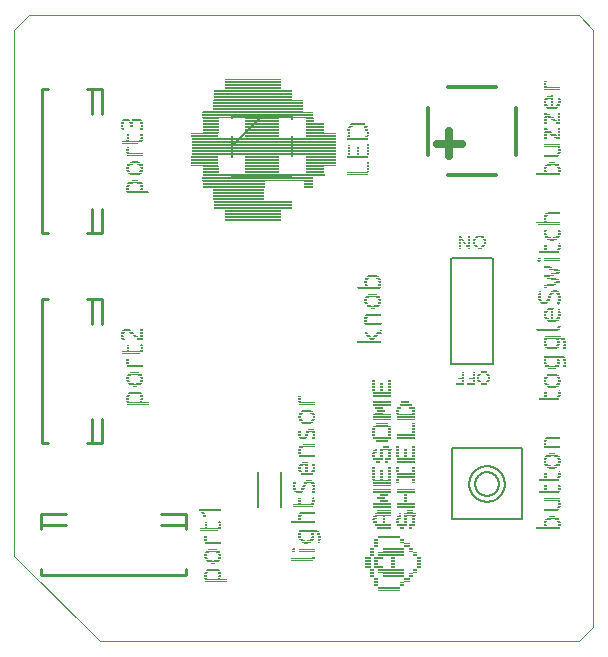
<source format=gto>
G75*
%MOIN*%
%OFA0B0*%
%FSLAX25Y25*%
%IPPOS*%
%LPD*%
%AMOC8*
5,1,8,0,0,1.08239X$1,22.5*
%
%ADD10C,0.00004*%
%ADD11R,0.07330X0.00333*%
%ADD12R,0.07330X0.00334*%
%ADD13R,0.01340X0.00333*%
%ADD14R,0.01330X0.00333*%
%ADD15R,0.01340X0.00334*%
%ADD16R,0.01330X0.00334*%
%ADD17R,0.01670X0.00333*%
%ADD18R,0.01670X0.00334*%
%ADD19R,0.01000X0.00333*%
%ADD20R,0.00670X0.00333*%
%ADD21R,0.01000X0.00334*%
%ADD22R,0.07000X0.00334*%
%ADD23R,0.07000X0.00333*%
%ADD24R,0.00660X0.00333*%
%ADD25R,0.00660X0.00334*%
%ADD26R,0.08660X0.00333*%
%ADD27R,0.08660X0.00334*%
%ADD28R,0.04670X0.00333*%
%ADD29R,0.04000X0.00333*%
%ADD30R,0.03000X0.00334*%
%ADD31R,0.03000X0.00333*%
%ADD32R,0.02000X0.00333*%
%ADD33R,0.07660X0.00334*%
%ADD34R,0.08000X0.00333*%
%ADD35R,0.05340X0.00333*%
%ADD36R,0.04000X0.00334*%
%ADD37R,0.05340X0.00334*%
%ADD38R,0.00340X0.00333*%
%ADD39R,0.05330X0.00333*%
%ADD40R,0.05330X0.00334*%
%ADD41R,0.01660X0.00333*%
%ADD42R,0.06670X0.00333*%
%ADD43R,0.06000X0.00333*%
%ADD44R,0.06670X0.00334*%
%ADD45R,0.00670X0.00334*%
%ADD46R,0.03660X0.00334*%
%ADD47R,0.02000X0.00334*%
%ADD48R,0.03660X0.00333*%
%ADD49R,0.08000X0.00334*%
%ADD50R,0.01660X0.00334*%
%ADD51R,0.00330X0.00333*%
%ADD52R,0.04330X0.00333*%
%ADD53R,0.03330X0.00334*%
%ADD54R,0.03670X0.00333*%
%ADD55R,0.03670X0.00334*%
%ADD56R,0.05000X0.00333*%
%ADD57R,0.04670X0.00334*%
%ADD58R,0.04340X0.00333*%
%ADD59R,0.06330X0.00333*%
%ADD60R,0.06340X0.00333*%
%ADD61R,0.06330X0.00334*%
%ADD62R,0.02670X0.00333*%
%ADD63R,0.02670X0.00334*%
%ADD64R,0.06340X0.00334*%
%ADD65R,0.02330X0.00333*%
%ADD66R,0.03330X0.00333*%
%ADD67R,0.02660X0.00334*%
%ADD68R,0.02660X0.00333*%
%ADD69R,0.02330X0.00334*%
%ADD70R,0.05670X0.00334*%
%ADD71R,0.05000X0.00334*%
%ADD72R,0.04330X0.00334*%
%ADD73R,0.04660X0.00333*%
%ADD74R,0.04660X0.00334*%
%ADD75R,0.02340X0.00334*%
%ADD76R,0.03340X0.00334*%
%ADD77R,0.00340X0.00334*%
%ADD78R,0.05670X0.00333*%
%ADD79R,0.00330X0.00334*%
%ADD80R,0.07660X0.00333*%
%ADD81R,0.02340X0.00333*%
%ADD82R,0.18670X0.00333*%
%ADD83R,0.18670X0.00334*%
%ADD84R,0.26000X0.00334*%
%ADD85R,0.26000X0.00333*%
%ADD86R,0.17000X0.00334*%
%ADD87R,0.17000X0.00333*%
%ADD88R,0.20660X0.00333*%
%ADD89R,0.20660X0.00334*%
%ADD90R,0.37000X0.00333*%
%ADD91R,0.37000X0.00334*%
%ADD92R,0.40660X0.00334*%
%ADD93R,0.40660X0.00333*%
%ADD94R,0.11660X0.00334*%
%ADD95R,0.11660X0.00333*%
%ADD96R,0.04340X0.00334*%
%ADD97R,0.09000X0.00333*%
%ADD98R,0.10000X0.00333*%
%ADD99R,0.09000X0.00334*%
%ADD100R,0.10000X0.00334*%
%ADD101R,0.05660X0.00333*%
%ADD102R,0.48000X0.00334*%
%ADD103R,0.48000X0.00333*%
%ADD104R,0.33330X0.00333*%
%ADD105R,0.29670X0.00334*%
%ADD106R,0.29670X0.00333*%
%ADD107C,0.00500*%
%ADD108C,0.01000*%
%ADD109C,0.00800*%
%ADD110C,0.02600*%
%ADD111C,0.01270*%
D10*
X0008874Y0037220D02*
X0037220Y0008874D01*
X0197063Y0008874D01*
X0201787Y0013598D01*
X0201787Y0212811D01*
X0197063Y0217535D01*
X0013598Y0217535D01*
X0008874Y0212811D01*
X0008874Y0037220D01*
D11*
X0050207Y0087706D03*
X0050207Y0088373D03*
X0074207Y0052706D03*
X0074207Y0052373D03*
X0076207Y0029373D03*
X0076207Y0028706D03*
X0104877Y0035706D03*
X0133877Y0043373D03*
X0133877Y0043706D03*
X0133877Y0026706D03*
X0133877Y0026373D03*
X0133877Y0025706D03*
X0050207Y0158373D03*
X0049877Y0158706D03*
D12*
X0050207Y0158039D03*
X0050207Y0088039D03*
X0076207Y0029039D03*
X0107207Y0045039D03*
X0133877Y0044039D03*
X0133877Y0043039D03*
X0133877Y0027039D03*
X0133877Y0026039D03*
D13*
X0129542Y0027373D03*
X0129542Y0027706D03*
X0129542Y0028373D03*
X0129542Y0028706D03*
X0129542Y0029373D03*
X0129542Y0029706D03*
X0129542Y0034373D03*
X0129542Y0034706D03*
X0129542Y0035373D03*
X0129542Y0035706D03*
X0129542Y0040373D03*
X0129542Y0040706D03*
X0129542Y0041373D03*
X0129542Y0041706D03*
X0129542Y0042373D03*
X0129542Y0042706D03*
X0142542Y0038373D03*
X0142542Y0037706D03*
X0142542Y0037373D03*
X0142542Y0032706D03*
X0142542Y0032373D03*
X0142542Y0031706D03*
X0108542Y0061373D03*
X0108542Y0065373D03*
X0104542Y0067373D03*
X0104542Y0073373D03*
X0104542Y0082373D03*
X0104542Y0084706D03*
X0129542Y0110706D03*
X0130542Y0111706D03*
X0128542Y0119706D03*
X0126542Y0123373D03*
X0126542Y0129706D03*
X0126042Y0180206D03*
X0121042Y0180206D03*
X0186542Y0116373D03*
X0186542Y0100706D03*
X0186542Y0094373D03*
X0188542Y0182706D03*
X0104542Y0042706D03*
X0049542Y0110373D03*
D14*
X0048207Y0111373D03*
X0047877Y0111706D03*
X0045207Y0111706D03*
X0047207Y0097373D03*
X0050877Y0097373D03*
X0049207Y0093706D03*
X0073207Y0038373D03*
X0075207Y0034706D03*
X0076877Y0038373D03*
X0104207Y0050706D03*
X0108207Y0042706D03*
X0106207Y0041373D03*
X0105207Y0059706D03*
X0108207Y0084706D03*
X0128207Y0109373D03*
X0127207Y0110373D03*
X0126877Y0110706D03*
X0129207Y0110373D03*
X0126207Y0116706D03*
X0130207Y0123373D03*
X0130207Y0129706D03*
X0157877Y0142706D03*
X0160207Y0140373D03*
X0183877Y0135706D03*
X0188207Y0142373D03*
X0190207Y0143706D03*
X0186207Y0150706D03*
X0189877Y0167373D03*
X0190207Y0176373D03*
X0186207Y0179373D03*
X0190207Y0181373D03*
X0190207Y0187373D03*
X0186207Y0187373D03*
X0186207Y0189373D03*
X0190207Y0128706D03*
X0189207Y0125706D03*
X0190207Y0124706D03*
X0186877Y0122373D03*
X0186207Y0118706D03*
X0190207Y0116373D03*
X0191877Y0109373D03*
X0189877Y0100706D03*
X0186207Y0096706D03*
X0186207Y0067706D03*
X0190207Y0067706D03*
X0189877Y0049373D03*
X0143877Y0036706D03*
X0143877Y0036373D03*
X0143877Y0035706D03*
X0143877Y0035373D03*
X0143877Y0034706D03*
X0143877Y0034373D03*
X0143877Y0033706D03*
X0143877Y0033373D03*
X0141207Y0031373D03*
X0141207Y0030706D03*
X0141207Y0030373D03*
X0138207Y0028373D03*
X0138207Y0027706D03*
X0138207Y0027373D03*
X0135207Y0033373D03*
X0135207Y0033706D03*
X0135207Y0034373D03*
X0135207Y0034706D03*
X0135207Y0035373D03*
X0135207Y0035706D03*
X0135207Y0036373D03*
X0135207Y0036706D03*
X0138207Y0041706D03*
X0138207Y0042373D03*
X0138207Y0042706D03*
X0141207Y0039706D03*
X0141207Y0039373D03*
X0141207Y0038706D03*
X0128207Y0038706D03*
X0128207Y0038373D03*
X0128207Y0037706D03*
X0128207Y0037373D03*
X0128207Y0039373D03*
X0128207Y0039706D03*
X0128207Y0032706D03*
X0128207Y0032373D03*
X0128207Y0031706D03*
X0128207Y0031373D03*
X0128207Y0030706D03*
X0128207Y0030373D03*
X0051207Y0165373D03*
X0051207Y0167373D03*
X0047877Y0181706D03*
D15*
X0126542Y0121039D03*
X0126542Y0117039D03*
X0126542Y0111039D03*
X0106542Y0081039D03*
X0104542Y0065039D03*
X0104542Y0051039D03*
X0129542Y0042039D03*
X0129542Y0041039D03*
X0129542Y0035039D03*
X0129542Y0029039D03*
X0129542Y0028039D03*
X0142542Y0032039D03*
X0142542Y0038039D03*
X0186542Y0107039D03*
X0187542Y0124039D03*
D16*
X0190207Y0132039D03*
X0183877Y0136039D03*
X0157877Y0143039D03*
X0186207Y0167039D03*
X0187877Y0178039D03*
X0188207Y0186039D03*
X0129877Y0111039D03*
X0105207Y0076039D03*
X0104207Y0073039D03*
X0104207Y0067039D03*
X0108207Y0065039D03*
X0105877Y0061039D03*
X0103877Y0058039D03*
X0102207Y0039039D03*
X0128207Y0039039D03*
X0128207Y0038039D03*
X0128207Y0032039D03*
X0128207Y0031039D03*
X0128207Y0030039D03*
X0135207Y0033039D03*
X0135207Y0034039D03*
X0135207Y0035039D03*
X0135207Y0036039D03*
X0135207Y0037039D03*
X0138207Y0042039D03*
X0141207Y0039039D03*
X0143877Y0037039D03*
X0143877Y0036039D03*
X0143877Y0035039D03*
X0143877Y0034039D03*
X0143877Y0033039D03*
X0141207Y0031039D03*
X0141207Y0030039D03*
X0138207Y0028039D03*
X0186207Y0049039D03*
X0186207Y0070039D03*
X0190207Y0070039D03*
X0189877Y0097039D03*
X0191877Y0103039D03*
X0189877Y0107039D03*
X0073207Y0036039D03*
X0073207Y0032039D03*
X0047207Y0091039D03*
X0047207Y0095039D03*
X0051207Y0109039D03*
X0049877Y0110039D03*
X0051207Y0161039D03*
X0050877Y0165039D03*
X0047207Y0165039D03*
X0051207Y0182039D03*
D17*
X0050707Y0167706D03*
X0047377Y0167706D03*
X0047377Y0161373D03*
X0050707Y0161373D03*
X0047707Y0094706D03*
X0073707Y0035706D03*
X0107707Y0079373D03*
X0132707Y0073706D03*
X0132707Y0073373D03*
X0140707Y0052373D03*
X0140707Y0051706D03*
X0139707Y0041373D03*
X0139707Y0040706D03*
X0139707Y0040373D03*
X0139707Y0029706D03*
X0139707Y0029373D03*
X0139707Y0028706D03*
X0126707Y0033373D03*
X0126707Y0033706D03*
X0126707Y0034373D03*
X0126707Y0034706D03*
X0126707Y0035373D03*
X0126707Y0035706D03*
X0126707Y0036373D03*
X0126707Y0036706D03*
X0165377Y0094373D03*
X0165377Y0098706D03*
X0187707Y0119706D03*
X0186377Y0133706D03*
X0186707Y0167373D03*
X0188707Y0177373D03*
X0188377Y0177706D03*
X0187707Y0183373D03*
X0186377Y0184373D03*
X0130377Y0111373D03*
X0186707Y0070373D03*
X0189707Y0070373D03*
X0189707Y0067373D03*
X0186707Y0067373D03*
X0186707Y0049373D03*
D18*
X0186377Y0076039D03*
X0186707Y0097039D03*
X0140707Y0052039D03*
X0139707Y0041039D03*
X0139707Y0029039D03*
X0126707Y0033039D03*
X0126707Y0034039D03*
X0126707Y0035039D03*
X0126707Y0036039D03*
X0126707Y0037039D03*
X0104707Y0059039D03*
X0102707Y0059039D03*
X0132707Y0074039D03*
X0186377Y0179039D03*
X0189707Y0187039D03*
D19*
X0190372Y0187706D03*
X0190712Y0188373D03*
X0190712Y0188706D03*
X0190712Y0189373D03*
X0186042Y0187706D03*
X0186042Y0184706D03*
X0186042Y0183373D03*
X0186042Y0182706D03*
X0186042Y0182373D03*
X0186042Y0181706D03*
X0186042Y0181373D03*
X0186042Y0179706D03*
X0186042Y0177706D03*
X0186042Y0177373D03*
X0186042Y0176706D03*
X0186042Y0176373D03*
X0190712Y0172706D03*
X0190712Y0172373D03*
X0190712Y0171706D03*
X0190372Y0171373D03*
X0190372Y0166706D03*
X0190712Y0166373D03*
X0190712Y0165706D03*
X0190712Y0165373D03*
X0186042Y0165373D03*
X0186042Y0166706D03*
X0186042Y0150373D03*
X0186042Y0148706D03*
X0186042Y0145706D03*
X0186042Y0144373D03*
X0186372Y0143706D03*
X0186042Y0140706D03*
X0186042Y0140373D03*
X0186042Y0139706D03*
X0186042Y0139373D03*
X0184042Y0136373D03*
X0190372Y0139373D03*
X0190712Y0139706D03*
X0190712Y0140373D03*
X0190712Y0140706D03*
X0190712Y0144373D03*
X0190712Y0144706D03*
X0190712Y0145373D03*
X0186042Y0126706D03*
X0187712Y0124373D03*
X0187372Y0123706D03*
X0187372Y0123373D03*
X0187042Y0122706D03*
X0184372Y0122373D03*
X0184042Y0122706D03*
X0184042Y0123373D03*
X0184042Y0123706D03*
X0184042Y0124373D03*
X0186042Y0118373D03*
X0186042Y0116706D03*
X0190372Y0116706D03*
X0190712Y0117373D03*
X0190712Y0117706D03*
X0190712Y0118373D03*
X0190372Y0121373D03*
X0190372Y0121706D03*
X0190712Y0122373D03*
X0190712Y0122706D03*
X0190712Y0123373D03*
X0190712Y0123706D03*
X0190372Y0124373D03*
X0190712Y0113706D03*
X0190372Y0113373D03*
X0190042Y0109373D03*
X0190372Y0108706D03*
X0190372Y0108373D03*
X0190372Y0107706D03*
X0190042Y0107373D03*
X0192372Y0107373D03*
X0192372Y0106706D03*
X0192372Y0106373D03*
X0192372Y0108373D03*
X0192372Y0108706D03*
X0192372Y0102706D03*
X0192372Y0102373D03*
X0192372Y0100706D03*
X0192372Y0100373D03*
X0190372Y0101373D03*
X0190372Y0101706D03*
X0190372Y0102373D03*
X0186042Y0101373D03*
X0186042Y0096373D03*
X0186042Y0094706D03*
X0186042Y0091706D03*
X0186042Y0091373D03*
X0186042Y0090706D03*
X0186042Y0090373D03*
X0190372Y0090373D03*
X0190712Y0090706D03*
X0190712Y0091373D03*
X0190712Y0091706D03*
X0190372Y0094706D03*
X0190712Y0095373D03*
X0190712Y0095706D03*
X0190372Y0096706D03*
X0186042Y0107373D03*
X0186042Y0107706D03*
X0186042Y0109373D03*
X0167042Y0097373D03*
X0166712Y0097706D03*
X0167042Y0095706D03*
X0166712Y0095373D03*
X0164042Y0095373D03*
X0163712Y0095706D03*
X0163712Y0097373D03*
X0164042Y0097706D03*
X0142042Y0085706D03*
X0142042Y0085373D03*
X0142042Y0084706D03*
X0142042Y0081373D03*
X0142042Y0080706D03*
X0142042Y0080373D03*
X0142042Y0079706D03*
X0142042Y0079373D03*
X0142042Y0078706D03*
X0142042Y0078373D03*
X0142042Y0073706D03*
X0142042Y0073373D03*
X0142042Y0072706D03*
X0142042Y0072373D03*
X0142042Y0071706D03*
X0142042Y0071373D03*
X0142042Y0070706D03*
X0142042Y0070373D03*
X0139372Y0070373D03*
X0139372Y0070706D03*
X0139372Y0071373D03*
X0139372Y0071706D03*
X0139372Y0072373D03*
X0139372Y0072706D03*
X0136712Y0072706D03*
X0136712Y0072373D03*
X0136712Y0071706D03*
X0136712Y0071373D03*
X0136712Y0070706D03*
X0136712Y0070373D03*
X0134042Y0070373D03*
X0134042Y0070706D03*
X0134042Y0071373D03*
X0134042Y0071706D03*
X0134042Y0072373D03*
X0131372Y0072373D03*
X0131372Y0071706D03*
X0131372Y0071373D03*
X0131372Y0070706D03*
X0131372Y0070373D03*
X0133042Y0068706D03*
X0133042Y0068373D03*
X0134042Y0066706D03*
X0134042Y0066373D03*
X0134042Y0065706D03*
X0134042Y0065373D03*
X0134042Y0064706D03*
X0134042Y0064373D03*
X0134042Y0063706D03*
X0134042Y0063373D03*
X0134042Y0062706D03*
X0131372Y0062706D03*
X0131372Y0063373D03*
X0131372Y0063706D03*
X0131372Y0064373D03*
X0131372Y0064706D03*
X0131372Y0065373D03*
X0131372Y0065706D03*
X0128712Y0065706D03*
X0128712Y0065373D03*
X0128712Y0064706D03*
X0128712Y0064373D03*
X0128712Y0063706D03*
X0128712Y0063373D03*
X0128712Y0062706D03*
X0128712Y0066373D03*
X0128712Y0066706D03*
X0128712Y0070373D03*
X0128712Y0070706D03*
X0128712Y0071373D03*
X0128712Y0077373D03*
X0128712Y0077706D03*
X0128712Y0078373D03*
X0128712Y0078706D03*
X0128712Y0079373D03*
X0128712Y0079706D03*
X0134042Y0079706D03*
X0134042Y0079373D03*
X0134042Y0078706D03*
X0134042Y0078373D03*
X0134042Y0077706D03*
X0134042Y0077373D03*
X0136712Y0073706D03*
X0136712Y0073373D03*
X0136712Y0066706D03*
X0136712Y0066373D03*
X0136712Y0065706D03*
X0136712Y0065373D03*
X0136712Y0062706D03*
X0136712Y0062373D03*
X0136712Y0061706D03*
X0139372Y0057706D03*
X0139372Y0057373D03*
X0139372Y0056706D03*
X0139372Y0056373D03*
X0139372Y0055706D03*
X0139372Y0055373D03*
X0139372Y0050373D03*
X0139372Y0049706D03*
X0139372Y0049373D03*
X0139372Y0048706D03*
X0139372Y0048373D03*
X0141042Y0046706D03*
X0141042Y0046373D03*
X0142042Y0048373D03*
X0142042Y0048706D03*
X0142042Y0049373D03*
X0142042Y0049706D03*
X0142042Y0050373D03*
X0136712Y0049373D03*
X0136712Y0048706D03*
X0136712Y0048373D03*
X0128712Y0049373D03*
X0142042Y0061706D03*
X0142042Y0062373D03*
X0142042Y0062706D03*
X0142042Y0065373D03*
X0142042Y0065706D03*
X0142042Y0066373D03*
X0142042Y0066706D03*
X0136712Y0084706D03*
X0136712Y0085373D03*
X0136712Y0085706D03*
X0134042Y0092373D03*
X0134042Y0092706D03*
X0134042Y0093373D03*
X0134042Y0093706D03*
X0134042Y0094373D03*
X0134042Y0094706D03*
X0134042Y0095373D03*
X0134042Y0095706D03*
X0131372Y0094706D03*
X0131372Y0094373D03*
X0131372Y0093706D03*
X0131372Y0093373D03*
X0131372Y0092706D03*
X0131372Y0092373D03*
X0128712Y0092373D03*
X0128712Y0092706D03*
X0128712Y0093373D03*
X0128712Y0093706D03*
X0128712Y0094373D03*
X0128712Y0094706D03*
X0128712Y0095373D03*
X0128712Y0095706D03*
X0126372Y0111373D03*
X0126042Y0115373D03*
X0126042Y0115706D03*
X0126042Y0116373D03*
X0126372Y0121373D03*
X0126042Y0121706D03*
X0126042Y0122373D03*
X0126042Y0122706D03*
X0126372Y0127373D03*
X0126042Y0128373D03*
X0126042Y0128706D03*
X0126372Y0129373D03*
X0130712Y0129373D03*
X0130712Y0128706D03*
X0130712Y0127706D03*
X0130712Y0127373D03*
X0130712Y0122706D03*
X0130712Y0121706D03*
X0130712Y0121373D03*
X0157712Y0143373D03*
X0162372Y0142706D03*
X0163042Y0143373D03*
X0165042Y0143373D03*
X0165712Y0142706D03*
X0165372Y0140706D03*
X0165042Y0140373D03*
X0163042Y0140373D03*
X0162712Y0140706D03*
X0126542Y0176873D03*
X0126542Y0178873D03*
X0126542Y0179206D03*
X0126212Y0179873D03*
X0120872Y0179873D03*
X0120542Y0179206D03*
X0120542Y0178873D03*
X0120542Y0176873D03*
X0186042Y0193706D03*
X0186042Y0195373D03*
X0104042Y0090373D03*
X0104042Y0089706D03*
X0104042Y0089373D03*
X0104042Y0088706D03*
X0104372Y0084373D03*
X0104042Y0083706D03*
X0104042Y0083373D03*
X0104372Y0082706D03*
X0104042Y0078706D03*
X0104042Y0078373D03*
X0104042Y0077706D03*
X0104042Y0077373D03*
X0106372Y0077373D03*
X0106372Y0077706D03*
X0106712Y0078373D03*
X0108712Y0078373D03*
X0108712Y0076706D03*
X0108712Y0076373D03*
X0104042Y0072706D03*
X0104042Y0072373D03*
X0104042Y0071706D03*
X0104042Y0071373D03*
X0106372Y0067373D03*
X0106372Y0066706D03*
X0106372Y0066373D03*
X0106372Y0065706D03*
X0106372Y0065373D03*
X0104372Y0065373D03*
X0104042Y0065706D03*
X0104042Y0066373D03*
X0104042Y0066706D03*
X0108712Y0067373D03*
X0108712Y0067706D03*
X0108712Y0065706D03*
X0106042Y0061373D03*
X0105712Y0060706D03*
X0105372Y0060373D03*
X0105042Y0059373D03*
X0102372Y0059373D03*
X0102372Y0059706D03*
X0102372Y0061373D03*
X0102372Y0061706D03*
X0104042Y0056373D03*
X0104042Y0055706D03*
X0104042Y0055373D03*
X0104042Y0054706D03*
X0108372Y0054706D03*
X0108712Y0055373D03*
X0108712Y0055706D03*
X0108712Y0058373D03*
X0108712Y0058706D03*
X0108712Y0059373D03*
X0108712Y0060706D03*
X0104042Y0050373D03*
X0104042Y0049706D03*
X0104042Y0049373D03*
X0104042Y0044706D03*
X0104042Y0044373D03*
X0104042Y0043706D03*
X0104042Y0043373D03*
X0108372Y0043373D03*
X0108372Y0044373D03*
X0108372Y0044706D03*
X0110372Y0044706D03*
X0110372Y0044373D03*
X0110712Y0043706D03*
X0110712Y0043373D03*
X0110712Y0042706D03*
X0108712Y0036706D03*
X0102042Y0038706D03*
X0102042Y0039373D03*
X0077372Y0037706D03*
X0077372Y0036706D03*
X0077372Y0036373D03*
X0073042Y0036373D03*
X0072712Y0036706D03*
X0072712Y0037373D03*
X0072712Y0037706D03*
X0072712Y0042373D03*
X0072712Y0042706D03*
X0072712Y0043373D03*
X0072712Y0043706D03*
X0077372Y0046706D03*
X0077372Y0048373D03*
X0072372Y0050373D03*
X0072372Y0050706D03*
X0072042Y0051373D03*
X0071712Y0051706D03*
X0073042Y0031706D03*
X0072712Y0031373D03*
X0072712Y0030706D03*
X0072712Y0030373D03*
X0072712Y0029706D03*
X0077372Y0030373D03*
X0077372Y0031373D03*
X0077372Y0031706D03*
X0108372Y0082373D03*
X0108712Y0082706D03*
X0108712Y0084373D03*
X0051372Y0089373D03*
X0051372Y0090373D03*
X0051372Y0090706D03*
X0047042Y0090706D03*
X0046712Y0090373D03*
X0046712Y0089706D03*
X0046712Y0089373D03*
X0046712Y0088706D03*
X0047042Y0095373D03*
X0046712Y0095706D03*
X0046712Y0096373D03*
X0046712Y0096706D03*
X0051372Y0096706D03*
X0051372Y0095706D03*
X0051372Y0095373D03*
X0046712Y0101373D03*
X0046712Y0101706D03*
X0046712Y0102373D03*
X0046712Y0102706D03*
X0051372Y0105706D03*
X0051372Y0107373D03*
X0051372Y0110373D03*
X0051372Y0110706D03*
X0051372Y0111373D03*
X0051372Y0111706D03*
X0051372Y0112373D03*
X0051372Y0112706D03*
X0049042Y0110706D03*
X0045372Y0109373D03*
X0045042Y0109706D03*
X0045042Y0110373D03*
X0045042Y0111373D03*
X0046712Y0159373D03*
X0046712Y0159706D03*
X0046712Y0160373D03*
X0047042Y0160706D03*
X0051372Y0160706D03*
X0051372Y0160373D03*
X0051372Y0159373D03*
X0051372Y0165706D03*
X0051372Y0166706D03*
X0047042Y0167373D03*
X0046712Y0166706D03*
X0046712Y0166373D03*
X0046712Y0165706D03*
X0047042Y0165373D03*
X0046712Y0171706D03*
X0046712Y0172373D03*
X0046712Y0172706D03*
X0046712Y0175706D03*
X0045042Y0179706D03*
X0045042Y0181373D03*
X0045042Y0181706D03*
X0048042Y0181373D03*
X0048042Y0180706D03*
X0048042Y0180373D03*
X0051372Y0179706D03*
X0051372Y0179373D03*
X0051372Y0177706D03*
X0051372Y0177373D03*
X0051372Y0176373D03*
X0051372Y0181373D03*
X0051372Y0181706D03*
X0186042Y0075706D03*
X0186042Y0069706D03*
X0190372Y0069706D03*
X0190712Y0069373D03*
X0190712Y0068706D03*
X0190712Y0068373D03*
X0190712Y0064706D03*
X0190712Y0064373D03*
X0190712Y0063706D03*
X0190372Y0063373D03*
X0190712Y0060373D03*
X0190712Y0059706D03*
X0190712Y0059373D03*
X0190712Y0054706D03*
X0190712Y0054373D03*
X0190712Y0053706D03*
X0190372Y0053373D03*
X0190372Y0048706D03*
X0190712Y0048373D03*
X0190712Y0047706D03*
X0190712Y0047373D03*
X0186042Y0047373D03*
X0186042Y0048706D03*
X0186042Y0059373D03*
X0186042Y0059706D03*
X0186042Y0060373D03*
X0186042Y0060706D03*
X0186042Y0063373D03*
X0186042Y0063706D03*
X0186042Y0064373D03*
X0186042Y0064706D03*
D20*
X0185877Y0068373D03*
X0185877Y0068706D03*
X0185877Y0069373D03*
X0185877Y0074373D03*
X0185877Y0074706D03*
X0185877Y0075373D03*
X0185877Y0095373D03*
X0185877Y0095706D03*
X0185877Y0101706D03*
X0185877Y0102373D03*
X0185877Y0102706D03*
X0190207Y0102706D03*
X0185877Y0108373D03*
X0185877Y0108706D03*
X0188207Y0116373D03*
X0188207Y0116706D03*
X0188207Y0117373D03*
X0188207Y0117706D03*
X0188207Y0118373D03*
X0188207Y0118706D03*
X0185877Y0117706D03*
X0185877Y0117373D03*
X0184207Y0124706D03*
X0184207Y0125373D03*
X0183877Y0135373D03*
X0185877Y0144706D03*
X0185877Y0145373D03*
X0185877Y0149373D03*
X0185877Y0149706D03*
X0185877Y0165706D03*
X0185877Y0166373D03*
X0188207Y0187373D03*
X0188207Y0187706D03*
X0188207Y0188373D03*
X0188207Y0188706D03*
X0188207Y0189373D03*
X0188207Y0190706D03*
X0185877Y0188706D03*
X0185877Y0188373D03*
X0185877Y0194373D03*
X0185877Y0194706D03*
X0165877Y0142373D03*
X0165877Y0141706D03*
X0165877Y0141373D03*
X0162207Y0141373D03*
X0162207Y0141706D03*
X0162207Y0142373D03*
X0159207Y0141373D03*
X0158877Y0141706D03*
X0130877Y0128373D03*
X0130877Y0122373D03*
X0126207Y0127706D03*
X0126207Y0111706D03*
X0108877Y0083706D03*
X0108877Y0083373D03*
X0108877Y0077706D03*
X0108877Y0077373D03*
X0108877Y0066706D03*
X0108877Y0066373D03*
X0108877Y0060373D03*
X0108877Y0059706D03*
X0102207Y0060373D03*
X0102207Y0060706D03*
X0077207Y0029706D03*
X0072877Y0046706D03*
X0072877Y0047373D03*
X0072877Y0047706D03*
X0072877Y0048373D03*
X0051207Y0088706D03*
X0046877Y0105706D03*
X0046877Y0106373D03*
X0046877Y0106706D03*
X0046877Y0107373D03*
X0044877Y0110706D03*
X0046877Y0173373D03*
X0046877Y0176373D03*
X0046877Y0176706D03*
X0046877Y0177373D03*
X0046877Y0177706D03*
X0045207Y0179373D03*
X0044877Y0180373D03*
X0044877Y0180706D03*
X0120377Y0178206D03*
X0120377Y0177873D03*
X0120377Y0177206D03*
X0120377Y0173873D03*
X0120377Y0173206D03*
X0120377Y0172873D03*
X0120377Y0172206D03*
X0120377Y0171873D03*
X0120377Y0171206D03*
X0120377Y0170873D03*
X0123377Y0170873D03*
X0123377Y0171206D03*
X0123377Y0171873D03*
X0123377Y0172206D03*
X0123377Y0172873D03*
X0123377Y0173206D03*
X0126707Y0173206D03*
X0126707Y0172873D03*
X0126707Y0172206D03*
X0126707Y0171873D03*
X0126707Y0171206D03*
X0126707Y0170873D03*
X0126707Y0168206D03*
X0126707Y0167873D03*
X0126707Y0167206D03*
X0126707Y0166873D03*
X0126707Y0166206D03*
X0126707Y0165873D03*
X0126707Y0165206D03*
X0126707Y0173873D03*
X0126707Y0174206D03*
X0126707Y0177206D03*
X0126707Y0177873D03*
X0126707Y0178206D03*
X0162207Y0098373D03*
X0162207Y0097706D03*
X0162207Y0097373D03*
X0162207Y0096706D03*
X0162207Y0095706D03*
X0162207Y0095373D03*
X0167207Y0096373D03*
X0167207Y0096706D03*
X0132207Y0050373D03*
X0132207Y0049706D03*
X0132207Y0049373D03*
X0132207Y0048706D03*
X0132207Y0048373D03*
X0185877Y0048373D03*
X0185877Y0047706D03*
D21*
X0186042Y0047039D03*
X0190712Y0047039D03*
X0190712Y0048039D03*
X0190372Y0049039D03*
X0190712Y0054039D03*
X0190712Y0055039D03*
X0190372Y0059039D03*
X0190712Y0060039D03*
X0190712Y0064039D03*
X0190372Y0068039D03*
X0190712Y0069039D03*
X0186042Y0068039D03*
X0186042Y0065039D03*
X0186042Y0064039D03*
X0186042Y0060039D03*
X0186042Y0059039D03*
X0186042Y0091039D03*
X0186042Y0092039D03*
X0186042Y0095039D03*
X0190712Y0096039D03*
X0192372Y0100039D03*
X0192372Y0101039D03*
X0192372Y0102039D03*
X0190372Y0102039D03*
X0190042Y0101039D03*
X0190042Y0103039D03*
X0186042Y0103039D03*
X0186042Y0101039D03*
X0190372Y0108039D03*
X0192372Y0107039D03*
X0192372Y0109039D03*
X0186042Y0117039D03*
X0190712Y0118039D03*
X0190712Y0123039D03*
X0190712Y0124039D03*
X0187042Y0123039D03*
X0184042Y0123039D03*
X0184042Y0124039D03*
X0184372Y0125039D03*
X0186042Y0140039D03*
X0186042Y0141039D03*
X0186042Y0144039D03*
X0186042Y0146039D03*
X0190372Y0144039D03*
X0190712Y0145039D03*
X0190712Y0140039D03*
X0190712Y0165039D03*
X0190712Y0166039D03*
X0190372Y0167039D03*
X0186042Y0165039D03*
X0190712Y0172039D03*
X0190712Y0173039D03*
X0190372Y0176039D03*
X0186042Y0176039D03*
X0186042Y0177039D03*
X0186042Y0178039D03*
X0186042Y0182039D03*
X0186042Y0183039D03*
X0186042Y0189039D03*
X0190372Y0190039D03*
X0190712Y0189039D03*
X0190712Y0188039D03*
X0165372Y0143039D03*
X0165712Y0141039D03*
X0162372Y0141039D03*
X0162712Y0143039D03*
X0160372Y0140039D03*
X0130712Y0129039D03*
X0130712Y0123039D03*
X0130372Y0121039D03*
X0126042Y0122039D03*
X0126372Y0123039D03*
X0126042Y0128039D03*
X0126042Y0129039D03*
X0126042Y0116039D03*
X0126042Y0115039D03*
X0130712Y0112039D03*
X0128712Y0096039D03*
X0128712Y0095039D03*
X0128712Y0094039D03*
X0128712Y0093039D03*
X0128712Y0092039D03*
X0131372Y0092039D03*
X0131372Y0093039D03*
X0131372Y0094039D03*
X0131372Y0095039D03*
X0134042Y0095039D03*
X0134042Y0094039D03*
X0134042Y0093039D03*
X0134042Y0092039D03*
X0134042Y0096039D03*
X0136712Y0086039D03*
X0136712Y0085039D03*
X0142042Y0085039D03*
X0142042Y0086039D03*
X0142042Y0081039D03*
X0142042Y0080039D03*
X0142042Y0079039D03*
X0142042Y0078039D03*
X0142042Y0074039D03*
X0142042Y0073039D03*
X0142042Y0072039D03*
X0142042Y0071039D03*
X0142042Y0070039D03*
X0139372Y0070039D03*
X0139372Y0071039D03*
X0139372Y0072039D03*
X0139372Y0073039D03*
X0136712Y0073039D03*
X0136712Y0072039D03*
X0136712Y0071039D03*
X0136712Y0070039D03*
X0134042Y0070039D03*
X0134042Y0071039D03*
X0134042Y0072039D03*
X0131372Y0072039D03*
X0131372Y0071039D03*
X0131372Y0070039D03*
X0133042Y0068039D03*
X0134042Y0066039D03*
X0134042Y0065039D03*
X0134042Y0064039D03*
X0134042Y0063039D03*
X0131372Y0063039D03*
X0131372Y0064039D03*
X0131372Y0065039D03*
X0128712Y0065039D03*
X0128712Y0064039D03*
X0128712Y0063039D03*
X0128712Y0066039D03*
X0128712Y0070039D03*
X0128712Y0071039D03*
X0128712Y0078039D03*
X0128712Y0079039D03*
X0134042Y0079039D03*
X0134042Y0078039D03*
X0136712Y0074039D03*
X0136712Y0066039D03*
X0136712Y0063039D03*
X0136712Y0062039D03*
X0139372Y0057039D03*
X0139372Y0056039D03*
X0139372Y0050039D03*
X0139372Y0049039D03*
X0139372Y0048039D03*
X0142042Y0048039D03*
X0142042Y0049039D03*
X0142042Y0050039D03*
X0136712Y0049039D03*
X0136712Y0048039D03*
X0128712Y0049039D03*
X0142042Y0062039D03*
X0142042Y0063039D03*
X0142042Y0066039D03*
X0164372Y0095039D03*
X0166372Y0095039D03*
X0166372Y0098039D03*
X0164372Y0098039D03*
X0190712Y0091039D03*
X0110712Y0044039D03*
X0110712Y0043039D03*
X0110372Y0042039D03*
X0108372Y0043039D03*
X0104372Y0043039D03*
X0104042Y0044039D03*
X0104042Y0050039D03*
X0104042Y0055039D03*
X0104042Y0056039D03*
X0105372Y0060039D03*
X0108712Y0061039D03*
X0108712Y0059039D03*
X0108712Y0056039D03*
X0108712Y0055039D03*
X0102372Y0061039D03*
X0106372Y0065039D03*
X0106372Y0066039D03*
X0106372Y0067039D03*
X0104042Y0066039D03*
X0108712Y0066039D03*
X0104042Y0072039D03*
X0104372Y0077039D03*
X0104042Y0078039D03*
X0106042Y0077039D03*
X0106372Y0078039D03*
X0108712Y0078039D03*
X0108712Y0077039D03*
X0108712Y0083039D03*
X0108712Y0084039D03*
X0104042Y0084039D03*
X0104042Y0083039D03*
X0104042Y0089039D03*
X0104042Y0090039D03*
X0072042Y0051039D03*
X0077372Y0048039D03*
X0077372Y0047039D03*
X0072712Y0044039D03*
X0072712Y0043039D03*
X0073042Y0038039D03*
X0072712Y0037039D03*
X0077042Y0036039D03*
X0077372Y0038039D03*
X0077042Y0032039D03*
X0077372Y0030039D03*
X0072712Y0030039D03*
X0072712Y0031039D03*
X0108712Y0037039D03*
X0051372Y0089039D03*
X0051042Y0091039D03*
X0051042Y0095039D03*
X0051372Y0097039D03*
X0047042Y0097039D03*
X0046712Y0096039D03*
X0046712Y0090039D03*
X0046712Y0089039D03*
X0046712Y0102039D03*
X0046712Y0103039D03*
X0051372Y0106039D03*
X0051372Y0107039D03*
X0051372Y0110039D03*
X0051372Y0111039D03*
X0051372Y0112039D03*
X0051372Y0113039D03*
X0048712Y0111039D03*
X0045042Y0111039D03*
X0045042Y0110039D03*
X0045372Y0109039D03*
X0046712Y0159039D03*
X0046712Y0160039D03*
X0047042Y0161039D03*
X0051372Y0159039D03*
X0051372Y0166039D03*
X0051372Y0167039D03*
X0046712Y0167039D03*
X0046712Y0166039D03*
X0046712Y0172039D03*
X0046712Y0173039D03*
X0051372Y0176039D03*
X0051372Y0180039D03*
X0048042Y0181039D03*
X0045042Y0180039D03*
X0120542Y0179539D03*
X0126542Y0179539D03*
D22*
X0123542Y0176539D03*
X0123542Y0170539D03*
X0123542Y0164539D03*
X0187372Y0139039D03*
X0187372Y0090039D03*
X0187372Y0063039D03*
X0135372Y0039039D03*
X0135372Y0031039D03*
X0135372Y0030039D03*
X0074372Y0052039D03*
D23*
X0074372Y0046373D03*
X0105372Y0054373D03*
X0135372Y0039706D03*
X0135372Y0039373D03*
X0135372Y0038706D03*
X0135372Y0031373D03*
X0135372Y0030706D03*
X0135372Y0030373D03*
X0187372Y0058706D03*
X0189042Y0103373D03*
X0189042Y0109706D03*
X0186712Y0112373D03*
X0123542Y0164206D03*
X0123542Y0164873D03*
X0123542Y0169873D03*
X0123542Y0170206D03*
X0123542Y0175873D03*
X0123542Y0176206D03*
X0048372Y0105373D03*
D24*
X0051542Y0106373D03*
X0051542Y0106706D03*
X0051542Y0096373D03*
X0051542Y0089706D03*
X0077542Y0047706D03*
X0077542Y0047373D03*
X0077542Y0037373D03*
X0077542Y0030706D03*
X0108542Y0043706D03*
X0110542Y0042373D03*
X0110542Y0041706D03*
X0108542Y0056373D03*
X0129542Y0072706D03*
X0137542Y0051373D03*
X0137542Y0050706D03*
X0158542Y0095373D03*
X0158542Y0095706D03*
X0158542Y0096706D03*
X0158542Y0097373D03*
X0158542Y0097706D03*
X0158542Y0098373D03*
X0163542Y0096706D03*
X0163542Y0096373D03*
X0190542Y0096373D03*
X0192542Y0101373D03*
X0192542Y0101706D03*
X0192542Y0107706D03*
X0190542Y0118706D03*
X0190542Y0119373D03*
X0190542Y0145706D03*
X0190542Y0173373D03*
X0190542Y0177373D03*
X0190542Y0177706D03*
X0190542Y0178373D03*
X0190542Y0178706D03*
X0190542Y0179373D03*
X0190542Y0179706D03*
X0190542Y0182373D03*
X0190542Y0182706D03*
X0190542Y0183373D03*
X0190542Y0183706D03*
X0190542Y0184373D03*
X0190542Y0184706D03*
X0190542Y0189706D03*
X0160542Y0143706D03*
X0160542Y0143373D03*
X0160542Y0142706D03*
X0160542Y0142373D03*
X0160542Y0141706D03*
X0160542Y0141373D03*
X0160542Y0139706D03*
X0158542Y0142373D03*
X0157542Y0142373D03*
X0157542Y0141706D03*
X0157542Y0141373D03*
X0157542Y0140706D03*
X0157542Y0140373D03*
X0157542Y0139706D03*
X0157542Y0143706D03*
X0190542Y0060706D03*
X0190542Y0055373D03*
X0051542Y0159706D03*
X0051542Y0166373D03*
X0051542Y0176706D03*
X0051542Y0180373D03*
X0051542Y0180706D03*
D25*
X0051542Y0181039D03*
X0051542Y0177039D03*
X0051542Y0160039D03*
X0051542Y0096039D03*
X0051542Y0090039D03*
X0077542Y0037039D03*
X0077542Y0031039D03*
X0102542Y0062039D03*
X0108542Y0058039D03*
X0108542Y0068039D03*
X0108542Y0076039D03*
X0129542Y0073039D03*
X0137542Y0051039D03*
X0108542Y0044039D03*
X0158542Y0095039D03*
X0158542Y0096039D03*
X0158542Y0097039D03*
X0158542Y0098039D03*
X0163542Y0097039D03*
X0163542Y0096039D03*
X0190542Y0095039D03*
X0190542Y0092039D03*
X0192542Y0108039D03*
X0190542Y0117039D03*
X0190542Y0119039D03*
X0190542Y0122039D03*
X0190542Y0141039D03*
X0190542Y0146039D03*
X0160542Y0144039D03*
X0160542Y0143039D03*
X0160542Y0142039D03*
X0160542Y0141039D03*
X0159542Y0141039D03*
X0157542Y0141039D03*
X0157542Y0140039D03*
X0157542Y0142039D03*
X0157542Y0144039D03*
X0190542Y0178039D03*
X0190542Y0179039D03*
X0190542Y0181039D03*
X0190542Y0183039D03*
X0190542Y0184039D03*
X0190542Y0185039D03*
X0190542Y0065039D03*
D26*
X0134542Y0038373D03*
X0134542Y0037706D03*
X0134542Y0037373D03*
X0134542Y0032706D03*
X0134542Y0032373D03*
X0134542Y0031706D03*
D27*
X0134542Y0032039D03*
X0134542Y0038039D03*
D28*
X0132207Y0046373D03*
X0132207Y0046706D03*
X0132207Y0051706D03*
X0187877Y0052373D03*
X0187877Y0170373D03*
X0075207Y0038706D03*
X0075207Y0032373D03*
X0049207Y0091373D03*
X0049207Y0097706D03*
D29*
X0049212Y0094373D03*
X0049212Y0091706D03*
X0075212Y0035373D03*
X0075212Y0032706D03*
X0107212Y0074373D03*
X0106542Y0081706D03*
X0106542Y0085373D03*
X0128542Y0120373D03*
X0128542Y0130373D03*
X0188212Y0186706D03*
X0188212Y0070706D03*
D30*
X0189042Y0125039D03*
X0189042Y0128039D03*
X0188372Y0131039D03*
X0187712Y0133039D03*
X0130372Y0087039D03*
X0128372Y0120039D03*
X0107212Y0159539D03*
X0107212Y0160539D03*
X0107212Y0161539D03*
X0123542Y0181539D03*
X0049042Y0094039D03*
X0049042Y0092039D03*
X0075042Y0035039D03*
X0075042Y0033039D03*
X0130372Y0033039D03*
X0130372Y0034039D03*
X0130372Y0036039D03*
X0130372Y0037039D03*
D31*
X0130372Y0036706D03*
X0130372Y0036373D03*
X0130372Y0033706D03*
X0130372Y0033373D03*
X0106372Y0041706D03*
X0103712Y0058706D03*
X0107712Y0078706D03*
X0106372Y0081373D03*
X0106372Y0085706D03*
X0128372Y0124373D03*
X0128372Y0130706D03*
X0107212Y0159873D03*
X0107212Y0160206D03*
X0107212Y0160873D03*
X0107212Y0161206D03*
X0107212Y0161873D03*
X0049712Y0182706D03*
X0046372Y0112373D03*
X0049042Y0098373D03*
X0075042Y0039373D03*
X0188042Y0127706D03*
X0188042Y0129706D03*
X0188712Y0132706D03*
D32*
X0186542Y0130373D03*
X0189872Y0128373D03*
X0185542Y0121373D03*
X0186872Y0143373D03*
X0189542Y0143373D03*
X0188212Y0168373D03*
X0189872Y0176706D03*
X0187542Y0190373D03*
X0129872Y0120706D03*
X0128212Y0109706D03*
X0141542Y0086706D03*
X0141542Y0086373D03*
X0133542Y0069706D03*
X0133542Y0069373D03*
X0141542Y0047706D03*
X0141542Y0047373D03*
X0107542Y0042373D03*
X0107212Y0062373D03*
X0105872Y0068373D03*
X0105212Y0076373D03*
X0076542Y0035706D03*
X0050542Y0094706D03*
X0050872Y0109373D03*
X0049212Y0162373D03*
X0049212Y0168706D03*
X0046212Y0182706D03*
X0188212Y0071373D03*
X0188212Y0066373D03*
X0188212Y0050373D03*
D33*
X0187042Y0046039D03*
X0105042Y0036039D03*
X0187042Y0164039D03*
D34*
X0186872Y0164373D03*
X0186872Y0164706D03*
X0186872Y0148373D03*
X0186872Y0112706D03*
X0127212Y0108706D03*
X0127212Y0108373D03*
X0127212Y0126706D03*
X0105212Y0048706D03*
X0105212Y0048373D03*
X0105212Y0036373D03*
X0186872Y0046373D03*
X0186872Y0046706D03*
D35*
X0188542Y0110373D03*
X0128542Y0114373D03*
X0128542Y0117373D03*
X0106542Y0088373D03*
X0106542Y0087706D03*
X0106542Y0073706D03*
X0106542Y0070706D03*
X0106542Y0070373D03*
X0106542Y0051373D03*
X0106542Y0039373D03*
X0106542Y0038706D03*
X0047542Y0174706D03*
D36*
X0049212Y0098039D03*
X0075212Y0039039D03*
X0106212Y0042039D03*
X0107212Y0052039D03*
X0129212Y0118039D03*
X0128542Y0124039D03*
X0188212Y0143039D03*
X0188872Y0077039D03*
X0188212Y0067039D03*
D37*
X0188542Y0104039D03*
X0128542Y0114039D03*
X0106542Y0088039D03*
X0106542Y0039039D03*
D38*
X0102042Y0039706D03*
X0131042Y0112373D03*
D39*
X0131877Y0051373D03*
X0131877Y0050706D03*
X0131877Y0047706D03*
X0131877Y0047373D03*
X0188207Y0055706D03*
X0188207Y0056373D03*
X0188207Y0073373D03*
X0188207Y0073706D03*
X0188207Y0135706D03*
X0188207Y0136373D03*
X0188207Y0173706D03*
X0188207Y0174373D03*
X0188207Y0192706D03*
X0188207Y0193373D03*
X0074377Y0182873D03*
X0074377Y0182206D03*
X0074377Y0181873D03*
X0074377Y0181206D03*
X0074377Y0180873D03*
X0074377Y0180206D03*
X0074377Y0179873D03*
X0074377Y0179206D03*
X0074377Y0178873D03*
X0074377Y0178206D03*
X0074377Y0166873D03*
X0074377Y0166206D03*
X0074377Y0165873D03*
X0074377Y0165206D03*
X0074377Y0164873D03*
X0049207Y0170706D03*
X0049207Y0100706D03*
X0049207Y0100373D03*
X0075207Y0041706D03*
X0075207Y0041373D03*
D40*
X0075207Y0042039D03*
X0049207Y0101039D03*
X0074377Y0164539D03*
X0074377Y0165539D03*
X0074377Y0166539D03*
X0074377Y0178539D03*
X0074377Y0179539D03*
X0074377Y0180539D03*
X0074377Y0181539D03*
X0074377Y0182539D03*
X0049207Y0171039D03*
X0131877Y0051039D03*
X0131877Y0047039D03*
X0188207Y0056039D03*
X0188207Y0073039D03*
X0188207Y0136039D03*
X0188207Y0174039D03*
X0188207Y0193039D03*
D41*
X0189042Y0182373D03*
X0190042Y0181706D03*
X0160042Y0140706D03*
X0164042Y0139706D03*
X0188042Y0124706D03*
X0190042Y0131706D03*
X0190042Y0094373D03*
X0137042Y0086706D03*
X0137042Y0086373D03*
X0129042Y0072373D03*
X0129042Y0071706D03*
X0130042Y0068706D03*
X0130042Y0068373D03*
X0129042Y0050373D03*
X0129042Y0049706D03*
X0129042Y0048706D03*
X0129042Y0048373D03*
X0137042Y0049706D03*
X0137042Y0050373D03*
X0138042Y0046706D03*
X0138042Y0046373D03*
X0105042Y0042373D03*
X0127042Y0120706D03*
X0051042Y0175706D03*
D42*
X0048207Y0175373D03*
X0107207Y0045373D03*
X0187207Y0058373D03*
X0187207Y0062706D03*
X0187207Y0089706D03*
X0188877Y0103706D03*
X0187207Y0138706D03*
D43*
X0106872Y0045706D03*
X0073872Y0045706D03*
X0047872Y0104706D03*
D44*
X0048207Y0105039D03*
X0074207Y0046039D03*
X0105207Y0054039D03*
X0188877Y0110039D03*
D45*
X0190207Y0109039D03*
X0185877Y0109039D03*
X0185877Y0108039D03*
X0185877Y0102039D03*
X0185877Y0096039D03*
X0167207Y0096039D03*
X0167207Y0097039D03*
X0162207Y0097039D03*
X0162207Y0096039D03*
X0162207Y0095039D03*
X0162207Y0098039D03*
X0185877Y0118039D03*
X0188207Y0118039D03*
X0188207Y0117039D03*
X0185877Y0134039D03*
X0185877Y0145039D03*
X0185877Y0149039D03*
X0185877Y0150039D03*
X0185877Y0166039D03*
X0185877Y0185039D03*
X0185877Y0188039D03*
X0188207Y0188039D03*
X0188207Y0189039D03*
X0185877Y0194039D03*
X0185877Y0195039D03*
X0165877Y0142039D03*
X0162207Y0142039D03*
X0158877Y0142039D03*
X0130877Y0128039D03*
X0130877Y0122039D03*
X0104207Y0079039D03*
X0108877Y0067039D03*
X0108877Y0060039D03*
X0102207Y0060039D03*
X0104207Y0049039D03*
X0132207Y0049039D03*
X0132207Y0048039D03*
X0132207Y0050039D03*
X0185877Y0048039D03*
X0185877Y0069039D03*
X0185877Y0074039D03*
X0185877Y0075039D03*
X0126707Y0165539D03*
X0126707Y0166539D03*
X0126707Y0167539D03*
X0126707Y0171539D03*
X0126707Y0172539D03*
X0126707Y0173539D03*
X0123377Y0173539D03*
X0123377Y0172539D03*
X0123377Y0171539D03*
X0120377Y0171539D03*
X0120377Y0172539D03*
X0120377Y0173539D03*
X0120377Y0177539D03*
X0120377Y0178539D03*
X0126707Y0178539D03*
X0126707Y0177539D03*
X0051207Y0179039D03*
X0046877Y0177039D03*
X0046877Y0176039D03*
X0044877Y0181039D03*
X0046877Y0107039D03*
X0046877Y0106039D03*
X0072877Y0048039D03*
X0072877Y0047039D03*
D46*
X0130042Y0069039D03*
X0138042Y0047039D03*
X0188042Y0100039D03*
X0049042Y0162039D03*
D47*
X0121712Y0180539D03*
X0125372Y0180539D03*
X0186542Y0184039D03*
X0189872Y0171039D03*
X0189872Y0129039D03*
X0186542Y0127039D03*
X0188212Y0098039D03*
X0189872Y0053039D03*
X0141542Y0047039D03*
X0133542Y0069039D03*
X0137212Y0087039D03*
X0141542Y0087039D03*
X0107872Y0082039D03*
D48*
X0130042Y0069706D03*
X0130042Y0069373D03*
X0138042Y0047706D03*
X0138042Y0047373D03*
X0188042Y0106373D03*
X0049042Y0164373D03*
X0049042Y0168373D03*
D49*
X0127212Y0127039D03*
X0127212Y0109039D03*
X0105212Y0048039D03*
X0186872Y0113039D03*
X0186872Y0148039D03*
D50*
X0164042Y0144039D03*
X0188042Y0183039D03*
X0105042Y0082039D03*
X0129042Y0072039D03*
X0130042Y0068039D03*
X0129042Y0050039D03*
X0129042Y0048039D03*
X0137042Y0050039D03*
D51*
X0108707Y0056706D03*
X0077377Y0048706D03*
X0051377Y0107706D03*
X0190707Y0092373D03*
X0190707Y0065373D03*
X0190707Y0141373D03*
D52*
X0188707Y0151706D03*
X0188377Y0167706D03*
X0188377Y0097373D03*
X0188377Y0049706D03*
X0139377Y0087373D03*
X0139377Y0087706D03*
X0131377Y0081373D03*
X0131377Y0080706D03*
X0131377Y0075706D03*
X0131377Y0075373D03*
X0106377Y0064706D03*
D53*
X0187207Y0052039D03*
X0188207Y0050039D03*
X0188207Y0071039D03*
X0188207Y0168039D03*
X0187207Y0170039D03*
D54*
X0188377Y0115706D03*
X0188377Y0093706D03*
X0140707Y0051373D03*
X0140707Y0050706D03*
X0132707Y0072706D03*
X0106377Y0064373D03*
D55*
X0132707Y0073039D03*
X0140707Y0051039D03*
D56*
X0106712Y0051706D03*
X0128712Y0117706D03*
X0123542Y0180873D03*
X0188042Y0170706D03*
X0188372Y0151373D03*
X0188372Y0076373D03*
X0188042Y0052706D03*
D57*
X0132207Y0052039D03*
D58*
X0132042Y0052373D03*
X0188042Y0100373D03*
X0188042Y0106706D03*
X0123542Y0181206D03*
X0049042Y0164706D03*
X0049042Y0161706D03*
D59*
X0109207Y0164873D03*
X0109207Y0165206D03*
X0109207Y0165873D03*
X0109207Y0166206D03*
X0109207Y0166873D03*
X0109207Y0178206D03*
X0109207Y0178873D03*
X0109207Y0179206D03*
X0109207Y0179873D03*
X0109207Y0180206D03*
X0109207Y0180873D03*
X0109207Y0181206D03*
X0131377Y0091706D03*
X0131377Y0091373D03*
X0131377Y0090706D03*
X0131377Y0090373D03*
X0131377Y0088706D03*
X0131377Y0088373D03*
X0131377Y0087706D03*
X0131377Y0087373D03*
X0131377Y0084373D03*
X0131377Y0083706D03*
X0131377Y0083373D03*
X0131377Y0082706D03*
X0131377Y0080373D03*
X0131377Y0076706D03*
X0131377Y0076373D03*
X0139377Y0076373D03*
X0139377Y0076706D03*
X0139377Y0077373D03*
X0139377Y0077706D03*
X0139377Y0082706D03*
X0139377Y0083373D03*
X0139377Y0083706D03*
X0139377Y0084373D03*
X0139377Y0069706D03*
X0139377Y0069373D03*
X0139377Y0068706D03*
X0139377Y0068373D03*
X0139377Y0064706D03*
X0139377Y0064373D03*
X0139377Y0063706D03*
X0139377Y0063373D03*
X0139377Y0059373D03*
X0139377Y0058706D03*
X0139377Y0058373D03*
X0139377Y0054706D03*
X0139377Y0054373D03*
X0139377Y0053706D03*
X0139377Y0053373D03*
X0131377Y0053373D03*
X0131377Y0053706D03*
X0131377Y0054373D03*
X0131377Y0054706D03*
X0131377Y0058373D03*
X0131377Y0058706D03*
X0131377Y0059373D03*
X0131377Y0060706D03*
X0131377Y0061373D03*
X0131377Y0061706D03*
X0131377Y0062373D03*
D60*
X0105042Y0053706D03*
X0187042Y0062373D03*
X0187042Y0089373D03*
X0187042Y0138373D03*
D61*
X0139377Y0084039D03*
X0139377Y0083039D03*
X0139377Y0077039D03*
X0131377Y0077039D03*
X0131377Y0080039D03*
X0131377Y0083039D03*
X0131377Y0084039D03*
X0131377Y0088039D03*
X0131377Y0090039D03*
X0131377Y0091039D03*
X0139377Y0069039D03*
X0139377Y0068039D03*
X0139377Y0065039D03*
X0139377Y0064039D03*
X0139377Y0059039D03*
X0139377Y0058039D03*
X0139377Y0055039D03*
X0139377Y0054039D03*
X0131377Y0054039D03*
X0131377Y0055039D03*
X0131377Y0058039D03*
X0131377Y0059039D03*
X0131377Y0061039D03*
X0131377Y0062039D03*
X0109207Y0164539D03*
X0109207Y0165539D03*
X0109207Y0166539D03*
X0109207Y0178539D03*
X0109207Y0179539D03*
X0109207Y0180539D03*
X0109207Y0181539D03*
D62*
X0107377Y0181873D03*
X0107377Y0182206D03*
X0107377Y0182873D03*
X0046207Y0182373D03*
X0131207Y0085706D03*
X0131207Y0085373D03*
X0139207Y0088373D03*
X0139207Y0088706D03*
X0161207Y0094373D03*
X0161207Y0094706D03*
X0188207Y0093373D03*
X0188207Y0099706D03*
X0188207Y0115373D03*
X0189207Y0125373D03*
X0189207Y0129373D03*
X0189207Y0131373D03*
X0186877Y0133373D03*
X0186877Y0178373D03*
X0187207Y0189706D03*
X0105207Y0076706D03*
X0131207Y0056706D03*
X0131207Y0056373D03*
X0132207Y0055706D03*
X0132207Y0055373D03*
X0132207Y0057373D03*
X0132207Y0057706D03*
D63*
X0132207Y0057039D03*
X0131207Y0056039D03*
X0107207Y0062039D03*
X0131207Y0086039D03*
X0139207Y0088039D03*
X0187207Y0119039D03*
X0186877Y0130039D03*
X0188207Y0106039D03*
X0187207Y0187039D03*
X0107377Y0182539D03*
D64*
X0048042Y0175039D03*
X0187042Y0058039D03*
D65*
X0165377Y0094706D03*
X0165377Y0098373D03*
X0161377Y0096373D03*
X0157707Y0096373D03*
X0187377Y0119373D03*
X0189707Y0132373D03*
X0186707Y0178706D03*
X0186707Y0183706D03*
X0103707Y0058373D03*
X0050707Y0109706D03*
X0046377Y0112706D03*
D66*
X0107207Y0061706D03*
X0187207Y0127373D03*
X0187207Y0130706D03*
X0188207Y0142706D03*
X0188207Y0186373D03*
X0188207Y0097706D03*
X0188207Y0066706D03*
X0049877Y0182373D03*
D67*
X0130542Y0085039D03*
X0106542Y0064039D03*
D68*
X0105542Y0067706D03*
X0130542Y0084706D03*
X0130542Y0086373D03*
X0130542Y0086706D03*
X0157542Y0094373D03*
X0157542Y0094706D03*
X0185542Y0121706D03*
D69*
X0189707Y0177039D03*
X0189707Y0182039D03*
X0187377Y0190039D03*
X0107707Y0079039D03*
X0105707Y0068039D03*
X0049707Y0183039D03*
D70*
X0106377Y0071039D03*
D71*
X0106712Y0074039D03*
X0188372Y0151039D03*
D72*
X0188377Y0116039D03*
X0188377Y0094039D03*
X0131377Y0081039D03*
X0131377Y0076039D03*
X0046707Y0182039D03*
D73*
X0128542Y0123706D03*
X0188542Y0076706D03*
D74*
X0128542Y0130039D03*
X0106542Y0085039D03*
D75*
X0128042Y0110039D03*
X0164042Y0140039D03*
X0049042Y0164039D03*
D76*
X0046542Y0112039D03*
X0185542Y0122039D03*
D77*
X0126042Y0112039D03*
X0045042Y0179039D03*
D78*
X0128377Y0114706D03*
D79*
X0190377Y0121039D03*
D80*
X0187042Y0147706D03*
X0127042Y0126373D03*
D81*
X0164042Y0143706D03*
D82*
X0088377Y0148873D03*
X0088377Y0149206D03*
X0088377Y0149873D03*
X0088377Y0150206D03*
X0088377Y0150873D03*
X0088377Y0151206D03*
X0088377Y0151873D03*
X0088377Y0152206D03*
X0088377Y0192873D03*
X0088377Y0193206D03*
X0088377Y0193873D03*
X0088377Y0194206D03*
X0088377Y0194873D03*
X0088377Y0195206D03*
X0088377Y0195873D03*
D83*
X0088377Y0195539D03*
X0088377Y0194539D03*
X0088377Y0193539D03*
X0088377Y0151539D03*
X0088377Y0150539D03*
X0088377Y0149539D03*
D84*
X0088372Y0152539D03*
X0088372Y0153539D03*
X0088372Y0154539D03*
X0088372Y0189539D03*
X0088372Y0190539D03*
X0088372Y0191539D03*
X0088372Y0192539D03*
D85*
X0088372Y0192206D03*
X0088372Y0191873D03*
X0088372Y0191206D03*
X0088372Y0190873D03*
X0088372Y0190206D03*
X0088372Y0189873D03*
X0088372Y0189206D03*
X0088372Y0155206D03*
X0088372Y0154873D03*
X0088372Y0154206D03*
X0088372Y0153873D03*
X0088372Y0153206D03*
X0088372Y0152873D03*
D86*
X0083872Y0155539D03*
X0083872Y0156539D03*
X0083872Y0157539D03*
X0083872Y0158539D03*
X0083872Y0159539D03*
D87*
X0083872Y0159206D03*
X0083872Y0158873D03*
X0083872Y0158206D03*
X0083872Y0157873D03*
X0083872Y0157206D03*
X0083872Y0156873D03*
X0083872Y0156206D03*
X0083872Y0155873D03*
D88*
X0082042Y0159873D03*
X0082042Y0160206D03*
X0082042Y0160873D03*
X0082042Y0161206D03*
X0082042Y0161873D03*
D89*
X0082042Y0161539D03*
X0082042Y0160539D03*
D90*
X0090212Y0162206D03*
X0090212Y0162873D03*
X0090212Y0163206D03*
X0090212Y0183206D03*
X0090212Y0183873D03*
X0090212Y0184206D03*
X0090212Y0184873D03*
D91*
X0090212Y0184539D03*
X0090212Y0183539D03*
X0090212Y0162539D03*
D92*
X0092042Y0163539D03*
D93*
X0092042Y0163873D03*
X0092042Y0164206D03*
D94*
X0091542Y0164539D03*
X0091542Y0165539D03*
X0091542Y0166539D03*
X0091542Y0167539D03*
X0091542Y0168539D03*
X0091542Y0169539D03*
X0091542Y0177539D03*
X0091542Y0178539D03*
X0091542Y0179539D03*
X0091542Y0180539D03*
X0091542Y0181539D03*
X0091542Y0182539D03*
D95*
X0091542Y0182206D03*
X0091542Y0181873D03*
X0091542Y0181206D03*
X0091542Y0180873D03*
X0091542Y0180206D03*
X0091542Y0179873D03*
X0091542Y0179206D03*
X0091542Y0178873D03*
X0091542Y0178206D03*
X0091542Y0177873D03*
X0091542Y0177206D03*
X0091542Y0176873D03*
X0091542Y0182873D03*
X0091542Y0170206D03*
X0091542Y0169873D03*
X0091542Y0169206D03*
X0091542Y0168873D03*
X0091542Y0168206D03*
X0091542Y0167873D03*
X0091542Y0167206D03*
X0091542Y0166873D03*
X0091542Y0166206D03*
X0091542Y0165873D03*
X0091542Y0165206D03*
X0091542Y0164873D03*
D96*
X0049042Y0168039D03*
D97*
X0072542Y0168206D03*
X0072542Y0167873D03*
X0072542Y0167206D03*
X0072542Y0168873D03*
X0072542Y0169206D03*
X0072542Y0169873D03*
X0072542Y0170206D03*
X0072542Y0176873D03*
X0072542Y0177206D03*
X0072542Y0177873D03*
D98*
X0111042Y0177873D03*
X0111042Y0177206D03*
X0111042Y0176873D03*
X0111042Y0170206D03*
X0111042Y0169873D03*
X0111042Y0169206D03*
X0111042Y0168873D03*
X0111042Y0168206D03*
X0111042Y0167873D03*
X0111042Y0167206D03*
D99*
X0072542Y0167539D03*
X0072542Y0168539D03*
X0072542Y0169539D03*
X0072542Y0177539D03*
D100*
X0111042Y0177539D03*
X0111042Y0169539D03*
X0111042Y0168539D03*
X0111042Y0167539D03*
D101*
X0049042Y0171373D03*
D102*
X0092042Y0171539D03*
X0092042Y0170539D03*
X0092042Y0172539D03*
X0092042Y0173539D03*
X0092042Y0174539D03*
X0092042Y0175539D03*
X0092042Y0176539D03*
D103*
X0092042Y0176206D03*
X0092042Y0175873D03*
X0092042Y0175206D03*
X0092042Y0174873D03*
X0092042Y0174206D03*
X0092042Y0173873D03*
X0092042Y0173206D03*
X0092042Y0172873D03*
X0092042Y0172206D03*
X0092042Y0171873D03*
X0092042Y0171206D03*
X0092042Y0170873D03*
D104*
X0088377Y0185206D03*
D105*
X0090207Y0185539D03*
X0090207Y0186539D03*
X0090207Y0187539D03*
X0090207Y0188539D03*
D106*
X0090207Y0188206D03*
X0090207Y0187873D03*
X0090207Y0187206D03*
X0090207Y0186873D03*
X0090207Y0186206D03*
X0090207Y0185873D03*
X0090207Y0188873D03*
D107*
X0154484Y0136591D02*
X0154484Y0101157D01*
X0154681Y0101157D02*
X0168067Y0101157D01*
X0168264Y0101157D02*
X0168264Y0136591D01*
X0168067Y0136591D02*
X0154681Y0136591D01*
X0154563Y0073185D02*
X0154563Y0049563D01*
X0178185Y0049563D01*
X0178185Y0073185D01*
X0154563Y0073185D01*
X0162437Y0061374D02*
X0162439Y0061499D01*
X0162445Y0061624D01*
X0162455Y0061748D01*
X0162469Y0061872D01*
X0162486Y0061996D01*
X0162508Y0062119D01*
X0162534Y0062241D01*
X0162563Y0062363D01*
X0162596Y0062483D01*
X0162634Y0062602D01*
X0162674Y0062721D01*
X0162719Y0062837D01*
X0162767Y0062952D01*
X0162819Y0063066D01*
X0162875Y0063178D01*
X0162934Y0063288D01*
X0162996Y0063396D01*
X0163062Y0063503D01*
X0163131Y0063607D01*
X0163204Y0063708D01*
X0163279Y0063808D01*
X0163358Y0063905D01*
X0163440Y0063999D01*
X0163525Y0064091D01*
X0163612Y0064180D01*
X0163703Y0064266D01*
X0163796Y0064349D01*
X0163892Y0064430D01*
X0163990Y0064507D01*
X0164090Y0064581D01*
X0164193Y0064652D01*
X0164298Y0064719D01*
X0164406Y0064784D01*
X0164515Y0064844D01*
X0164626Y0064902D01*
X0164739Y0064955D01*
X0164853Y0065005D01*
X0164969Y0065052D01*
X0165086Y0065094D01*
X0165205Y0065133D01*
X0165325Y0065169D01*
X0165446Y0065200D01*
X0165568Y0065228D01*
X0165690Y0065251D01*
X0165814Y0065271D01*
X0165938Y0065287D01*
X0166062Y0065299D01*
X0166187Y0065307D01*
X0166312Y0065311D01*
X0166436Y0065311D01*
X0166561Y0065307D01*
X0166686Y0065299D01*
X0166810Y0065287D01*
X0166934Y0065271D01*
X0167058Y0065251D01*
X0167180Y0065228D01*
X0167302Y0065200D01*
X0167423Y0065169D01*
X0167543Y0065133D01*
X0167662Y0065094D01*
X0167779Y0065052D01*
X0167895Y0065005D01*
X0168009Y0064955D01*
X0168122Y0064902D01*
X0168233Y0064844D01*
X0168343Y0064784D01*
X0168450Y0064719D01*
X0168555Y0064652D01*
X0168658Y0064581D01*
X0168758Y0064507D01*
X0168856Y0064430D01*
X0168952Y0064349D01*
X0169045Y0064266D01*
X0169136Y0064180D01*
X0169223Y0064091D01*
X0169308Y0063999D01*
X0169390Y0063905D01*
X0169469Y0063808D01*
X0169544Y0063708D01*
X0169617Y0063607D01*
X0169686Y0063503D01*
X0169752Y0063396D01*
X0169814Y0063288D01*
X0169873Y0063178D01*
X0169929Y0063066D01*
X0169981Y0062952D01*
X0170029Y0062837D01*
X0170074Y0062721D01*
X0170114Y0062602D01*
X0170152Y0062483D01*
X0170185Y0062363D01*
X0170214Y0062241D01*
X0170240Y0062119D01*
X0170262Y0061996D01*
X0170279Y0061872D01*
X0170293Y0061748D01*
X0170303Y0061624D01*
X0170309Y0061499D01*
X0170311Y0061374D01*
X0170309Y0061249D01*
X0170303Y0061124D01*
X0170293Y0061000D01*
X0170279Y0060876D01*
X0170262Y0060752D01*
X0170240Y0060629D01*
X0170214Y0060507D01*
X0170185Y0060385D01*
X0170152Y0060265D01*
X0170114Y0060146D01*
X0170074Y0060027D01*
X0170029Y0059911D01*
X0169981Y0059796D01*
X0169929Y0059682D01*
X0169873Y0059570D01*
X0169814Y0059460D01*
X0169752Y0059352D01*
X0169686Y0059245D01*
X0169617Y0059141D01*
X0169544Y0059040D01*
X0169469Y0058940D01*
X0169390Y0058843D01*
X0169308Y0058749D01*
X0169223Y0058657D01*
X0169136Y0058568D01*
X0169045Y0058482D01*
X0168952Y0058399D01*
X0168856Y0058318D01*
X0168758Y0058241D01*
X0168658Y0058167D01*
X0168555Y0058096D01*
X0168450Y0058029D01*
X0168342Y0057964D01*
X0168233Y0057904D01*
X0168122Y0057846D01*
X0168009Y0057793D01*
X0167895Y0057743D01*
X0167779Y0057696D01*
X0167662Y0057654D01*
X0167543Y0057615D01*
X0167423Y0057579D01*
X0167302Y0057548D01*
X0167180Y0057520D01*
X0167058Y0057497D01*
X0166934Y0057477D01*
X0166810Y0057461D01*
X0166686Y0057449D01*
X0166561Y0057441D01*
X0166436Y0057437D01*
X0166312Y0057437D01*
X0166187Y0057441D01*
X0166062Y0057449D01*
X0165938Y0057461D01*
X0165814Y0057477D01*
X0165690Y0057497D01*
X0165568Y0057520D01*
X0165446Y0057548D01*
X0165325Y0057579D01*
X0165205Y0057615D01*
X0165086Y0057654D01*
X0164969Y0057696D01*
X0164853Y0057743D01*
X0164739Y0057793D01*
X0164626Y0057846D01*
X0164515Y0057904D01*
X0164405Y0057964D01*
X0164298Y0058029D01*
X0164193Y0058096D01*
X0164090Y0058167D01*
X0163990Y0058241D01*
X0163892Y0058318D01*
X0163796Y0058399D01*
X0163703Y0058482D01*
X0163612Y0058568D01*
X0163525Y0058657D01*
X0163440Y0058749D01*
X0163358Y0058843D01*
X0163279Y0058940D01*
X0163204Y0059040D01*
X0163131Y0059141D01*
X0163062Y0059245D01*
X0162996Y0059352D01*
X0162934Y0059460D01*
X0162875Y0059570D01*
X0162819Y0059682D01*
X0162767Y0059796D01*
X0162719Y0059911D01*
X0162674Y0060027D01*
X0162634Y0060146D01*
X0162596Y0060265D01*
X0162563Y0060385D01*
X0162534Y0060507D01*
X0162508Y0060629D01*
X0162486Y0060752D01*
X0162469Y0060876D01*
X0162455Y0061000D01*
X0162445Y0061124D01*
X0162439Y0061249D01*
X0162437Y0061374D01*
X0160455Y0061374D02*
X0160457Y0061528D01*
X0160463Y0061681D01*
X0160473Y0061835D01*
X0160487Y0061988D01*
X0160505Y0062140D01*
X0160527Y0062292D01*
X0160552Y0062444D01*
X0160582Y0062595D01*
X0160616Y0062745D01*
X0160653Y0062894D01*
X0160695Y0063042D01*
X0160740Y0063188D01*
X0160789Y0063334D01*
X0160842Y0063478D01*
X0160898Y0063621D01*
X0160958Y0063763D01*
X0161022Y0063903D01*
X0161090Y0064041D01*
X0161161Y0064177D01*
X0161235Y0064311D01*
X0161313Y0064444D01*
X0161395Y0064574D01*
X0161479Y0064702D01*
X0161567Y0064828D01*
X0161659Y0064952D01*
X0161753Y0065073D01*
X0161851Y0065192D01*
X0161951Y0065308D01*
X0162055Y0065421D01*
X0162162Y0065532D01*
X0162271Y0065640D01*
X0162383Y0065745D01*
X0162498Y0065847D01*
X0162615Y0065946D01*
X0162735Y0066042D01*
X0162858Y0066135D01*
X0162982Y0066225D01*
X0163110Y0066311D01*
X0163239Y0066395D01*
X0163370Y0066474D01*
X0163504Y0066550D01*
X0163639Y0066623D01*
X0163776Y0066692D01*
X0163915Y0066758D01*
X0164056Y0066820D01*
X0164198Y0066878D01*
X0164342Y0066933D01*
X0164487Y0066984D01*
X0164633Y0067031D01*
X0164780Y0067074D01*
X0164929Y0067114D01*
X0165078Y0067149D01*
X0165229Y0067181D01*
X0165380Y0067209D01*
X0165532Y0067233D01*
X0165684Y0067253D01*
X0165837Y0067269D01*
X0165990Y0067281D01*
X0166144Y0067289D01*
X0166297Y0067293D01*
X0166451Y0067293D01*
X0166604Y0067289D01*
X0166758Y0067281D01*
X0166911Y0067269D01*
X0167064Y0067253D01*
X0167216Y0067233D01*
X0167368Y0067209D01*
X0167519Y0067181D01*
X0167670Y0067149D01*
X0167819Y0067114D01*
X0167968Y0067074D01*
X0168115Y0067031D01*
X0168261Y0066984D01*
X0168406Y0066933D01*
X0168550Y0066878D01*
X0168692Y0066820D01*
X0168833Y0066758D01*
X0168972Y0066692D01*
X0169109Y0066623D01*
X0169244Y0066550D01*
X0169378Y0066474D01*
X0169509Y0066395D01*
X0169638Y0066311D01*
X0169766Y0066225D01*
X0169890Y0066135D01*
X0170013Y0066042D01*
X0170133Y0065946D01*
X0170250Y0065847D01*
X0170365Y0065745D01*
X0170477Y0065640D01*
X0170586Y0065532D01*
X0170693Y0065421D01*
X0170797Y0065308D01*
X0170897Y0065192D01*
X0170995Y0065073D01*
X0171089Y0064952D01*
X0171181Y0064828D01*
X0171269Y0064702D01*
X0171353Y0064574D01*
X0171435Y0064444D01*
X0171513Y0064311D01*
X0171587Y0064177D01*
X0171658Y0064041D01*
X0171726Y0063903D01*
X0171790Y0063763D01*
X0171850Y0063621D01*
X0171906Y0063478D01*
X0171959Y0063334D01*
X0172008Y0063188D01*
X0172053Y0063042D01*
X0172095Y0062894D01*
X0172132Y0062745D01*
X0172166Y0062595D01*
X0172196Y0062444D01*
X0172221Y0062292D01*
X0172243Y0062140D01*
X0172261Y0061988D01*
X0172275Y0061835D01*
X0172285Y0061681D01*
X0172291Y0061528D01*
X0172293Y0061374D01*
X0172291Y0061220D01*
X0172285Y0061067D01*
X0172275Y0060913D01*
X0172261Y0060760D01*
X0172243Y0060608D01*
X0172221Y0060456D01*
X0172196Y0060304D01*
X0172166Y0060153D01*
X0172132Y0060003D01*
X0172095Y0059854D01*
X0172053Y0059706D01*
X0172008Y0059560D01*
X0171959Y0059414D01*
X0171906Y0059270D01*
X0171850Y0059127D01*
X0171790Y0058985D01*
X0171726Y0058845D01*
X0171658Y0058707D01*
X0171587Y0058571D01*
X0171513Y0058437D01*
X0171435Y0058304D01*
X0171353Y0058174D01*
X0171269Y0058046D01*
X0171181Y0057920D01*
X0171089Y0057796D01*
X0170995Y0057675D01*
X0170897Y0057556D01*
X0170797Y0057440D01*
X0170693Y0057327D01*
X0170586Y0057216D01*
X0170477Y0057108D01*
X0170365Y0057003D01*
X0170250Y0056901D01*
X0170133Y0056802D01*
X0170013Y0056706D01*
X0169890Y0056613D01*
X0169766Y0056523D01*
X0169638Y0056437D01*
X0169509Y0056353D01*
X0169378Y0056274D01*
X0169244Y0056198D01*
X0169109Y0056125D01*
X0168972Y0056056D01*
X0168833Y0055990D01*
X0168692Y0055928D01*
X0168550Y0055870D01*
X0168406Y0055815D01*
X0168261Y0055764D01*
X0168115Y0055717D01*
X0167968Y0055674D01*
X0167819Y0055634D01*
X0167670Y0055599D01*
X0167519Y0055567D01*
X0167368Y0055539D01*
X0167216Y0055515D01*
X0167064Y0055495D01*
X0166911Y0055479D01*
X0166758Y0055467D01*
X0166604Y0055459D01*
X0166451Y0055455D01*
X0166297Y0055455D01*
X0166144Y0055459D01*
X0165990Y0055467D01*
X0165837Y0055479D01*
X0165684Y0055495D01*
X0165532Y0055515D01*
X0165380Y0055539D01*
X0165229Y0055567D01*
X0165078Y0055599D01*
X0164929Y0055634D01*
X0164780Y0055674D01*
X0164633Y0055717D01*
X0164487Y0055764D01*
X0164342Y0055815D01*
X0164198Y0055870D01*
X0164056Y0055928D01*
X0163915Y0055990D01*
X0163776Y0056056D01*
X0163639Y0056125D01*
X0163504Y0056198D01*
X0163370Y0056274D01*
X0163239Y0056353D01*
X0163110Y0056437D01*
X0162982Y0056523D01*
X0162858Y0056613D01*
X0162735Y0056706D01*
X0162615Y0056802D01*
X0162498Y0056901D01*
X0162383Y0057003D01*
X0162271Y0057108D01*
X0162162Y0057216D01*
X0162055Y0057327D01*
X0161951Y0057440D01*
X0161851Y0057556D01*
X0161753Y0057675D01*
X0161659Y0057796D01*
X0161567Y0057920D01*
X0161479Y0058046D01*
X0161395Y0058174D01*
X0161313Y0058304D01*
X0161235Y0058437D01*
X0161161Y0058571D01*
X0161090Y0058707D01*
X0161022Y0058845D01*
X0160958Y0058985D01*
X0160898Y0059127D01*
X0160842Y0059270D01*
X0160789Y0059414D01*
X0160740Y0059560D01*
X0160695Y0059706D01*
X0160653Y0059854D01*
X0160616Y0060003D01*
X0160582Y0060153D01*
X0160552Y0060304D01*
X0160527Y0060456D01*
X0160505Y0060608D01*
X0160487Y0060760D01*
X0160473Y0060913D01*
X0160463Y0061067D01*
X0160457Y0061220D01*
X0160455Y0061374D01*
D108*
X0065890Y0031114D02*
X0017858Y0031114D01*
X0017858Y0031205D02*
X0017858Y0032976D01*
X0017858Y0046165D02*
X0017858Y0047650D01*
X0017858Y0051193D01*
X0026126Y0051193D01*
X0026126Y0047650D02*
X0017858Y0047650D01*
X0018114Y0074858D02*
X0018114Y0122890D01*
X0018205Y0122890D02*
X0019976Y0122890D01*
X0033165Y0122890D02*
X0034650Y0122890D01*
X0038193Y0122890D01*
X0038193Y0114622D01*
X0034650Y0114622D02*
X0034650Y0122890D01*
X0034650Y0144858D02*
X0033165Y0144858D01*
X0034650Y0144858D02*
X0038193Y0144858D01*
X0038193Y0153126D01*
X0034650Y0153126D02*
X0034650Y0144858D01*
X0019976Y0144858D02*
X0018205Y0144858D01*
X0018114Y0144858D02*
X0018114Y0192890D01*
X0018205Y0192890D02*
X0019976Y0192890D01*
X0033165Y0192890D02*
X0034650Y0192890D01*
X0038193Y0192890D01*
X0038193Y0184622D01*
X0034650Y0184622D02*
X0034650Y0192890D01*
X0034650Y0083126D02*
X0034650Y0074858D01*
X0033165Y0074858D01*
X0034650Y0074858D02*
X0038193Y0074858D01*
X0038193Y0083126D01*
X0019976Y0074858D02*
X0018205Y0074858D01*
X0057622Y0051193D02*
X0065890Y0051193D01*
X0065890Y0047650D01*
X0065890Y0046165D01*
X0065890Y0047650D02*
X0057622Y0047650D01*
X0065890Y0032976D02*
X0065890Y0031205D01*
D109*
X0089976Y0053500D02*
X0089976Y0065272D01*
X0097693Y0065154D02*
X0097693Y0053500D01*
X0100974Y0163574D02*
X0100974Y0163594D01*
X0081484Y0163594D01*
X0081484Y0164504D01*
X0081374Y0170474D02*
X0081374Y0173874D01*
X0091374Y0183874D01*
X0101054Y0184074D02*
X0101054Y0184084D01*
X0081494Y0184084D01*
X0081494Y0183194D01*
X0081374Y0177274D02*
X0081374Y0173874D01*
X0100974Y0163574D02*
X0101174Y0163574D01*
X0101174Y0164574D01*
X0101374Y0170674D02*
X0101374Y0177374D01*
X0101254Y0183004D02*
X0101254Y0184074D01*
X0101054Y0184074D01*
D110*
X0149732Y0174744D02*
X0158006Y0174744D01*
X0153869Y0170607D02*
X0153869Y0178881D01*
D111*
X0146689Y0186748D02*
X0146689Y0171000D01*
X0153500Y0164189D02*
X0169248Y0164189D01*
X0176059Y0171000D02*
X0176059Y0186748D01*
X0169248Y0193559D02*
X0153500Y0193559D01*
M02*

</source>
